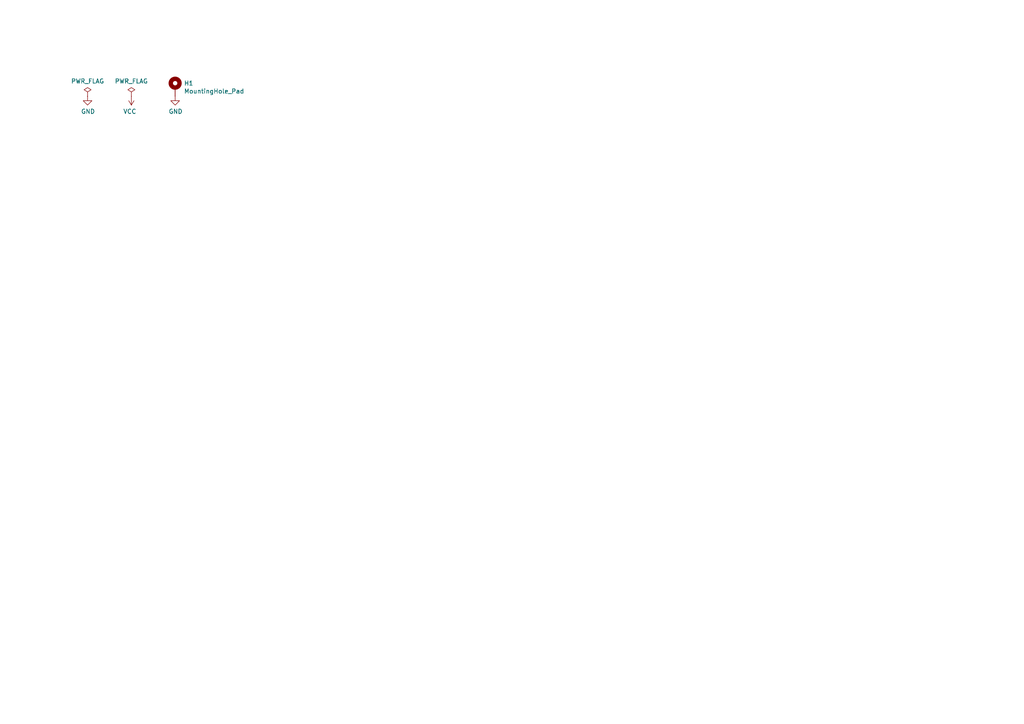
<source format=kicad_sch>
(kicad_sch (version 20230121) (generator eeschema)
  (paper "A4")
  (title_block (title "reviung39 top plate") (date "2019-07-23") (rev "rev1.0"))
  (lib_symbols
    (symbol "Mechanical:MountingHole_Pad" (pin_numbers hide) (pin_names (offset 1.016) hide)
      (property "Reference" "H" (at 0 6.35 0))
      (property "Value" "MountingHole_Pad" (at 0 4.445 0))
      (symbol "MountingHole_Pad_0_1"
        (circle (center 0 1.27) (radius 1.27) (stroke (width 1.27)))
      )
      (symbol "MountingHole_Pad_1_1"
        (pin input line (at 0 -2.54 90) (length 2.54) (name "1") (number "1"))
      )
    )
    (symbol "power:GND" (power) (pin_names (offset 0))
      (property "Value" "GND" (at 0 -3.81 0))
      (symbol "GND_0_1"
        (polyline (pts (xy 0 0) (xy 0 -1.27) (xy 1.27 -1.27) (xy 0 -2.54) (xy -1.27 -1.27) (xy 0 -1.27)))
      )
      (symbol "GND_1_1"
        (pin power_in line (at 0 0 270) (length 0) hide (name "GND") (number "1"))
      )
    )
    (symbol "power:PWR_FLAG" (power) (pin_numbers hide) (pin_names (offset 0) hide)
      (property "Value" "PWR_FLAG" (at 0 3.81 0))
      (symbol "PWR_FLAG_0_0"
        (pin power_out line (at 0 0 90) (length 0) (name "pwr") (number "1"))
      )
      (symbol "PWR_FLAG_0_1"
        (polyline (pts (xy 0 0) (xy 0 1.27) (xy -1.016 1.905) (xy 0 2.54) (xy 1.016 1.905) (xy 0 1.27)))
      )
    )
    (symbol "power:VCC" (power) (pin_names (offset 0))
      (property "Value" "VCC" (at 0 3.81 0))
      (symbol "VCC_0_1"
        (polyline (pts (xy -0.762 1.27) (xy 0 2.54)))
        (polyline (pts (xy 0 0) (xy 0 2.54)))
        (polyline (pts (xy 0 2.54) (xy 0.762 1.27)))
      )
      (symbol "VCC_1_1"
        (pin power_in line (at 0 0 90) (length 0) hide (name "VCC") (number "1"))
      )
    )
  )
  (symbol (lib_id "power:PWR_FLAG") (at 25.4 27.94 0) (unit 1)
    (property "Reference" "#FLG01" (effects hide))
    (property "Value" "PWR_FLAG" (at 25.4 23.5458 0))
  )
  (symbol (lib_id "power:GND") (at 25.4 27.94 0) (unit 1)
    (property "Reference" "#PWR01" (effects hide))
    (property "Value" "GND" (at 25.527 32.3342 0))
  )
  (symbol (lib_id "power:PWR_FLAG") (at 38.1 27.94 0) (unit 1)
    (property "Reference" "#FLG02" (effects hide))
    (property "Value" "PWR_FLAG" (at 38.1 23.5458 0))
  )
  (symbol (lib_id "power:VCC") (at 38.1 27.94 180) (unit 1)
    (property "Reference" "#PWR02" (effects hide))
    (property "Value" "VCC" (at 37.6428 32.3342 0))
  )
  (symbol (lib_id "Mechanical:MountingHole_Pad") (at 50.8 25.4 0) (unit 1)
    (property "Reference" "H1" (at 53.34 24.1554 0) (effects (justify left)))
    (property "Value" "MountingHole_Pad" (at 53.34 26.4668 0) (effects (justify left)))
    (property "Footprint" "MountingHole:MountingHole_2.2mm_M2_Pad" (effects hide))
  )
  (symbol (lib_id "power:GND") (at 50.8 27.94 0) (unit 1)
    (property "Reference" "#PWR03" (effects hide))
    (property "Value" "GND" (at 50.927 32.3342 0))
  )
)
</source>
